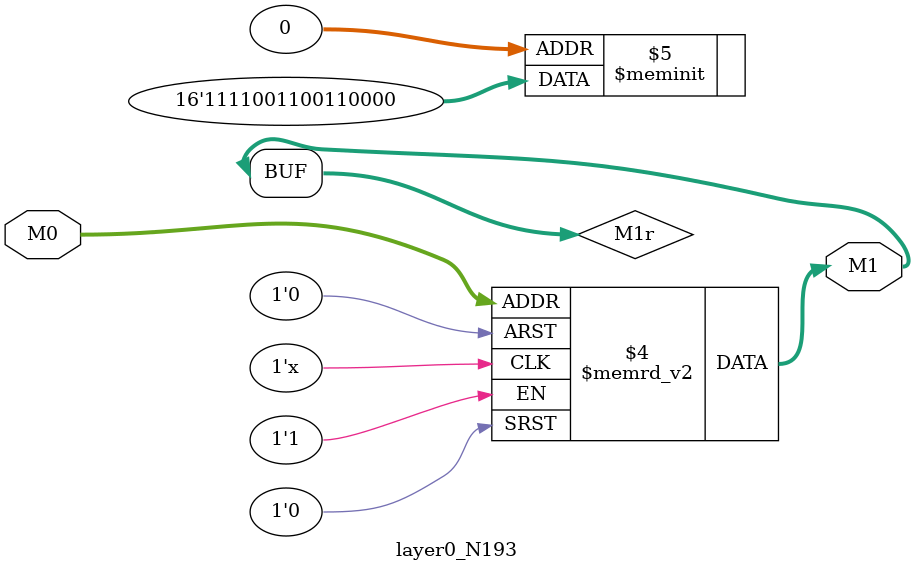
<source format=v>
module layer0_N193 ( input [2:0] M0, output [1:0] M1 );

	(*rom_style = "distributed" *) reg [1:0] M1r;
	assign M1 = M1r;
	always @ (M0) begin
		case (M0)
			3'b000: M1r = 2'b00;
			3'b100: M1r = 2'b11;
			3'b010: M1r = 2'b11;
			3'b110: M1r = 2'b11;
			3'b001: M1r = 2'b00;
			3'b101: M1r = 2'b00;
			3'b011: M1r = 2'b00;
			3'b111: M1r = 2'b11;

		endcase
	end
endmodule

</source>
